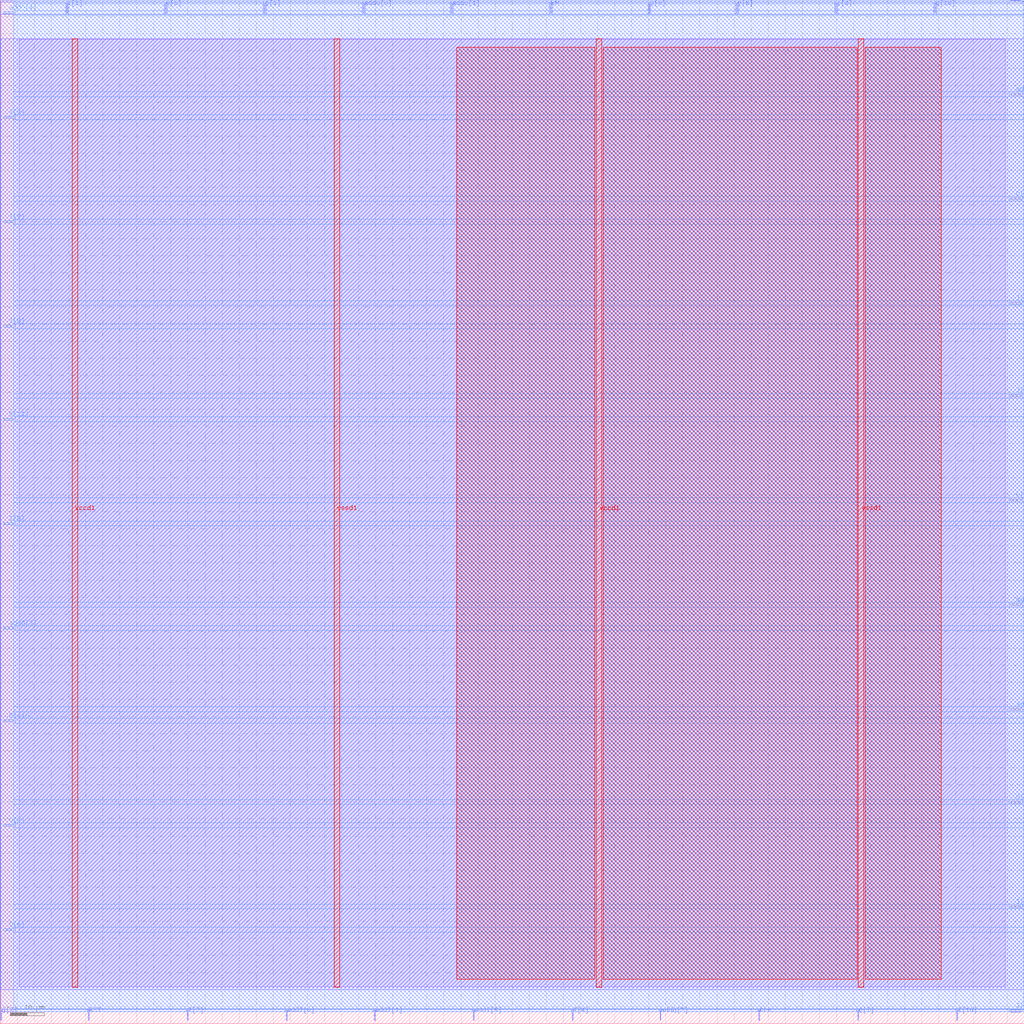
<source format=lef>
VERSION 5.7 ;
  NOWIREEXTENSIONATPIN ON ;
  DIVIDERCHAR "/" ;
  BUSBITCHARS "[]" ;
MACRO OQPSK_PS_RCOSINE2
  CLASS BLOCK ;
  FOREIGN OQPSK_PS_RCOSINE2 ;
  ORIGIN 0.000 0.000 ;
  SIZE 300.000 BY 300.000 ;
  PIN BitIn
    DIRECTION INPUT ;
    USE SIGNAL ;
    PORT
      LAYER met3 ;
        RECT 1.000 88.440 4.000 89.040 ;
    END
  END BitIn
  PIN CLK
    DIRECTION INPUT ;
    USE SIGNAL ;
    PORT
      LAYER met2 ;
        RECT 222.270 1.000 222.550 4.000 ;
    END
  END CLK
  PIN EN
    DIRECTION INPUT ;
    USE SIGNAL ;
    PORT
      LAYER met2 ;
        RECT 161.090 296.000 161.370 299.000 ;
    END
  END EN
  PIN I[0]
    DIRECTION OUTPUT TRISTATE ;
    USE SIGNAL ;
    PORT
      LAYER met3 ;
        RECT 1.000 234.640 4.000 235.240 ;
    END
  END I[0]
  PIN I[10]
    DIRECTION OUTPUT TRISTATE ;
    USE SIGNAL ;
    PORT
      LAYER met2 ;
        RECT 280.230 1.000 280.510 4.000 ;
    END
  END I[10]
  PIN I[11]
    DIRECTION OUTPUT TRISTATE ;
    USE SIGNAL ;
    PORT
      LAYER met3 ;
        RECT 296.000 3.440 299.000 4.040 ;
    END
  END I[11]
  PIN I[12]
    DIRECTION OUTPUT TRISTATE ;
    USE SIGNAL ;
    PORT
      LAYER met3 ;
        RECT 296.000 183.640 299.000 184.240 ;
    END
  END I[12]
  PIN I[1]
    DIRECTION OUTPUT TRISTATE ;
    USE SIGNAL ;
    PORT
      LAYER met2 ;
        RECT 19.410 296.000 19.690 299.000 ;
    END
  END I[1]
  PIN I[2]
    DIRECTION OUTPUT TRISTATE ;
    USE SIGNAL ;
    PORT
      LAYER met3 ;
        RECT 1.000 265.240 4.000 265.840 ;
    END
  END I[2]
  PIN I[3]
    DIRECTION OUTPUT TRISTATE ;
    USE SIGNAL ;
    PORT
      LAYER met2 ;
        RECT 244.810 296.000 245.090 299.000 ;
    END
  END I[3]
  PIN I[4]
    DIRECTION OUTPUT TRISTATE ;
    USE SIGNAL ;
    PORT
      LAYER met2 ;
        RECT 167.530 1.000 167.810 4.000 ;
    END
  END I[4]
  PIN I[5]
    DIRECTION OUTPUT TRISTATE ;
    USE SIGNAL ;
    PORT
      LAYER met3 ;
        RECT 296.000 210.840 299.000 211.440 ;
    END
  END I[5]
  PIN I[6]
    DIRECTION OUTPUT TRISTATE ;
    USE SIGNAL ;
    PORT
      LAYER met3 ;
        RECT 296.000 34.040 299.000 34.640 ;
    END
  END I[6]
  PIN I[7]
    DIRECTION OUTPUT TRISTATE ;
    USE SIGNAL ;
    PORT
      LAYER met2 ;
        RECT 54.830 1.000 55.110 4.000 ;
    END
  END I[7]
  PIN I[8]
    DIRECTION OUTPUT TRISTATE ;
    USE SIGNAL ;
    PORT
      LAYER met3 ;
        RECT 1.000 204.040 4.000 204.640 ;
    END
  END I[8]
  PIN I[9]
    DIRECTION OUTPUT TRISTATE ;
    USE SIGNAL ;
    PORT
      LAYER met3 ;
        RECT 1.000 146.240 4.000 146.840 ;
    END
  END I[9]
  PIN Q[0]
    DIRECTION OUTPUT TRISTATE ;
    USE SIGNAL ;
    PORT
      LAYER met2 ;
        RECT 190.070 296.000 190.350 299.000 ;
    END
  END Q[0]
  PIN Q[10]
    DIRECTION OUTPUT TRISTATE ;
    USE SIGNAL ;
    PORT
      LAYER met2 ;
        RECT 273.790 296.000 274.070 299.000 ;
    END
  END Q[10]
  PIN Q[11]
    DIRECTION OUTPUT TRISTATE ;
    USE SIGNAL ;
    PORT
      LAYER met3 ;
        RECT 1.000 176.840 4.000 177.440 ;
    END
  END Q[11]
  PIN Q[12]
    DIRECTION OUTPUT TRISTATE ;
    USE SIGNAL ;
    PORT
      LAYER met3 ;
        RECT 296.000 241.440 299.000 242.040 ;
    END
  END Q[12]
  PIN Q[1]
    DIRECTION OUTPUT TRISTATE ;
    USE SIGNAL ;
    PORT
      LAYER met2 ;
        RECT 77.370 296.000 77.650 299.000 ;
    END
  END Q[1]
  PIN Q[2]
    DIRECTION OUTPUT TRISTATE ;
    USE SIGNAL ;
    PORT
      LAYER met2 ;
        RECT 0.090 1.000 0.370 4.000 ;
    END
  END Q[2]
  PIN Q[3]
    DIRECTION OUTPUT TRISTATE ;
    USE SIGNAL ;
    PORT
      LAYER met3 ;
        RECT 1.000 57.840 4.000 58.440 ;
    END
  END Q[3]
  PIN Q[4]
    DIRECTION OUTPUT TRISTATE ;
    USE SIGNAL ;
    PORT
      LAYER met3 ;
        RECT 296.000 153.040 299.000 153.640 ;
    END
  END Q[4]
  PIN Q[5]
    DIRECTION OUTPUT TRISTATE ;
    USE SIGNAL ;
    PORT
      LAYER met2 ;
        RECT 48.390 296.000 48.670 299.000 ;
    END
  END Q[5]
  PIN Q[6]
    DIRECTION OUTPUT TRISTATE ;
    USE SIGNAL ;
    PORT
      LAYER met3 ;
        RECT 1.000 27.240 4.000 27.840 ;
    END
  END Q[6]
  PIN Q[7]
    DIRECTION OUTPUT TRISTATE ;
    USE SIGNAL ;
    PORT
      LAYER met2 ;
        RECT 251.250 1.000 251.530 4.000 ;
    END
  END Q[7]
  PIN Q[8]
    DIRECTION OUTPUT TRISTATE ;
    USE SIGNAL ;
    PORT
      LAYER met2 ;
        RECT 215.830 296.000 216.110 299.000 ;
    END
  END Q[8]
  PIN Q[9]
    DIRECTION OUTPUT TRISTATE ;
    USE SIGNAL ;
    PORT
      LAYER met3 ;
        RECT 296.000 64.640 299.000 65.240 ;
    END
  END Q[9]
  PIN RST
    DIRECTION INPUT ;
    USE SIGNAL ;
    PORT
      LAYER met2 ;
        RECT 25.850 1.000 26.130 4.000 ;
    END
  END RST
  PIN addI[0]
    DIRECTION OUTPUT TRISTATE ;
    USE SIGNAL ;
    PORT
      LAYER met2 ;
        RECT 83.810 1.000 84.090 4.000 ;
    END
  END addI[0]
  PIN addI[1]
    DIRECTION OUTPUT TRISTATE ;
    USE SIGNAL ;
    PORT
      LAYER met2 ;
        RECT 109.570 1.000 109.850 4.000 ;
    END
  END addI[1]
  PIN addI[2]
    DIRECTION OUTPUT TRISTATE ;
    USE SIGNAL ;
    PORT
      LAYER met3 ;
        RECT 296.000 91.840 299.000 92.440 ;
    END
  END addI[2]
  PIN addI[3]
    DIRECTION OUTPUT TRISTATE ;
    USE SIGNAL ;
    PORT
      LAYER met2 ;
        RECT 138.550 1.000 138.830 4.000 ;
    END
  END addI[3]
  PIN addI[4]
    DIRECTION OUTPUT TRISTATE ;
    USE SIGNAL ;
    PORT
      LAYER met3 ;
        RECT 296.000 272.040 299.000 272.640 ;
    END
  END addI[4]
  PIN addI[5]
    DIRECTION OUTPUT TRISTATE ;
    USE SIGNAL ;
    PORT
      LAYER met3 ;
        RECT 296.000 299.240 299.000 299.840 ;
    END
  END addI[5]
  PIN addQ[0]
    DIRECTION OUTPUT TRISTATE ;
    USE SIGNAL ;
    PORT
      LAYER met2 ;
        RECT 106.350 296.000 106.630 299.000 ;
    END
  END addQ[0]
  PIN addQ[1]
    DIRECTION OUTPUT TRISTATE ;
    USE SIGNAL ;
    PORT
      LAYER met2 ;
        RECT 132.110 296.000 132.390 299.000 ;
    END
  END addQ[1]
  PIN addQ[2]
    DIRECTION OUTPUT TRISTATE ;
    USE SIGNAL ;
    PORT
      LAYER met2 ;
        RECT 193.290 1.000 193.570 4.000 ;
    END
  END addQ[2]
  PIN addQ[3]
    DIRECTION OUTPUT TRISTATE ;
    USE SIGNAL ;
    PORT
      LAYER met3 ;
        RECT 1.000 115.640 4.000 116.240 ;
    END
  END addQ[3]
  PIN addQ[4]
    DIRECTION OUTPUT TRISTATE ;
    USE SIGNAL ;
    PORT
      LAYER met3 ;
        RECT 1.000 295.840 4.000 296.440 ;
    END
  END addQ[4]
  PIN addQ[5]
    DIRECTION OUTPUT TRISTATE ;
    USE SIGNAL ;
    PORT
      LAYER met3 ;
        RECT 296.000 122.440 299.000 123.040 ;
    END
  END addQ[5]
  PIN vccd1
    DIRECTION INOUT ;
    USE POWER ;
    PORT
      LAYER met4 ;
        RECT 21.040 10.640 22.640 288.560 ;
    END
    PORT
      LAYER met4 ;
        RECT 174.640 10.640 176.240 288.560 ;
    END
  END vccd1
  PIN vssd1
    DIRECTION INOUT ;
    USE GROUND ;
    PORT
      LAYER met4 ;
        RECT 97.840 10.640 99.440 288.560 ;
    END
    PORT
      LAYER met4 ;
        RECT 251.440 10.640 253.040 288.560 ;
    END
  END vssd1
  OBS
      LAYER li1 ;
        RECT 5.520 10.795 294.400 288.405 ;
      LAYER met1 ;
        RECT 0.070 9.900 299.850 288.560 ;
      LAYER met2 ;
        RECT 0.100 299.280 299.830 299.725 ;
        RECT 0.100 295.720 19.130 299.280 ;
        RECT 19.970 295.720 48.110 299.280 ;
        RECT 48.950 295.720 77.090 299.280 ;
        RECT 77.930 295.720 106.070 299.280 ;
        RECT 106.910 295.720 131.830 299.280 ;
        RECT 132.670 295.720 160.810 299.280 ;
        RECT 161.650 295.720 189.790 299.280 ;
        RECT 190.630 295.720 215.550 299.280 ;
        RECT 216.390 295.720 244.530 299.280 ;
        RECT 245.370 295.720 273.510 299.280 ;
        RECT 274.350 295.720 299.830 299.280 ;
        RECT 0.100 4.280 299.830 295.720 ;
        RECT 0.650 3.555 25.570 4.280 ;
        RECT 26.410 3.555 54.550 4.280 ;
        RECT 55.390 3.555 83.530 4.280 ;
        RECT 84.370 3.555 109.290 4.280 ;
        RECT 110.130 3.555 138.270 4.280 ;
        RECT 139.110 3.555 167.250 4.280 ;
        RECT 168.090 3.555 193.010 4.280 ;
        RECT 193.850 3.555 221.990 4.280 ;
        RECT 222.830 3.555 250.970 4.280 ;
        RECT 251.810 3.555 279.950 4.280 ;
        RECT 280.790 3.555 299.830 4.280 ;
      LAYER met3 ;
        RECT 4.000 298.840 295.600 299.705 ;
        RECT 299.400 298.840 299.855 299.705 ;
        RECT 4.000 296.840 299.855 298.840 ;
        RECT 4.400 295.440 299.855 296.840 ;
        RECT 4.000 273.040 299.855 295.440 ;
        RECT 4.000 271.640 295.600 273.040 ;
        RECT 299.400 271.640 299.855 273.040 ;
        RECT 4.000 266.240 299.855 271.640 ;
        RECT 4.400 264.840 299.855 266.240 ;
        RECT 4.000 242.440 299.855 264.840 ;
        RECT 4.000 241.040 295.600 242.440 ;
        RECT 299.400 241.040 299.855 242.440 ;
        RECT 4.000 235.640 299.855 241.040 ;
        RECT 4.400 234.240 299.855 235.640 ;
        RECT 4.000 211.840 299.855 234.240 ;
        RECT 4.000 210.440 295.600 211.840 ;
        RECT 299.400 210.440 299.855 211.840 ;
        RECT 4.000 205.040 299.855 210.440 ;
        RECT 4.400 203.640 299.855 205.040 ;
        RECT 4.000 184.640 299.855 203.640 ;
        RECT 4.000 183.240 295.600 184.640 ;
        RECT 299.400 183.240 299.855 184.640 ;
        RECT 4.000 177.840 299.855 183.240 ;
        RECT 4.400 176.440 299.855 177.840 ;
        RECT 4.000 154.040 299.855 176.440 ;
        RECT 4.000 152.640 295.600 154.040 ;
        RECT 299.400 152.640 299.855 154.040 ;
        RECT 4.000 147.240 299.855 152.640 ;
        RECT 4.400 145.840 299.855 147.240 ;
        RECT 4.000 123.440 299.855 145.840 ;
        RECT 4.000 122.040 295.600 123.440 ;
        RECT 299.400 122.040 299.855 123.440 ;
        RECT 4.000 116.640 299.855 122.040 ;
        RECT 4.400 115.240 299.855 116.640 ;
        RECT 4.000 92.840 299.855 115.240 ;
        RECT 4.000 91.440 295.600 92.840 ;
        RECT 299.400 91.440 299.855 92.840 ;
        RECT 4.000 89.440 299.855 91.440 ;
        RECT 4.400 88.040 299.855 89.440 ;
        RECT 4.000 65.640 299.855 88.040 ;
        RECT 4.000 64.240 295.600 65.640 ;
        RECT 299.400 64.240 299.855 65.640 ;
        RECT 4.000 58.840 299.855 64.240 ;
        RECT 4.400 57.440 299.855 58.840 ;
        RECT 4.000 35.040 299.855 57.440 ;
        RECT 4.000 33.640 295.600 35.040 ;
        RECT 299.400 33.640 299.855 35.040 ;
        RECT 4.000 28.240 299.855 33.640 ;
        RECT 4.400 26.840 299.855 28.240 ;
        RECT 4.000 4.440 299.855 26.840 ;
        RECT 4.000 3.575 295.600 4.440 ;
        RECT 299.400 3.575 299.855 4.440 ;
      LAYER met4 ;
        RECT 133.695 13.095 174.240 286.105 ;
        RECT 176.640 13.095 251.040 286.105 ;
        RECT 253.440 13.095 275.705 286.105 ;
  END
END OQPSK_PS_RCOSINE2
END LIBRARY


</source>
